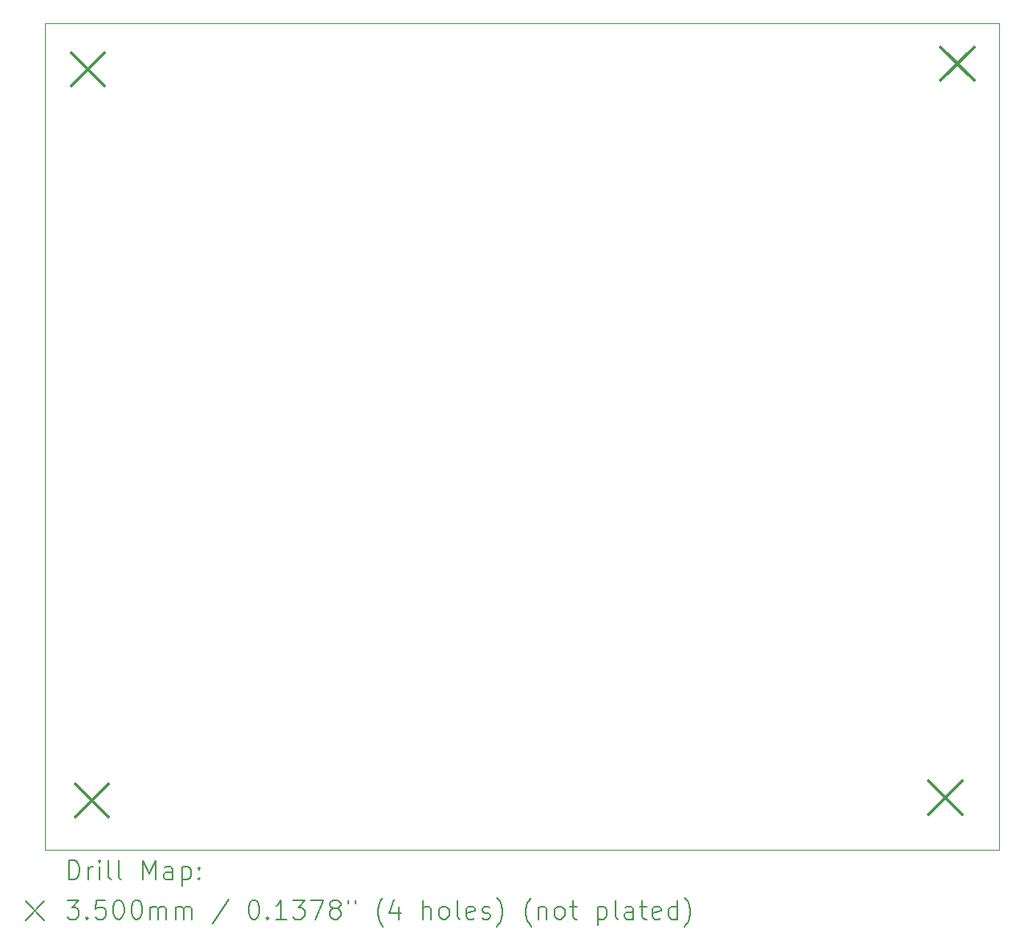
<source format=gbr>
%TF.GenerationSoftware,KiCad,Pcbnew,7.0.5*%
%TF.CreationDate,2023-12-17T15:08:01+05:30*%
%TF.ProjectId,LV conn,4c562063-6f6e-46e2-9e6b-696361645f70,rev?*%
%TF.SameCoordinates,Original*%
%TF.FileFunction,Drillmap*%
%TF.FilePolarity,Positive*%
%FSLAX45Y45*%
G04 Gerber Fmt 4.5, Leading zero omitted, Abs format (unit mm)*
G04 Created by KiCad (PCBNEW 7.0.5) date 2023-12-17 15:08:01*
%MOMM*%
%LPD*%
G01*
G04 APERTURE LIST*
%ADD10C,0.100000*%
%ADD11C,0.200000*%
%ADD12C,0.350000*%
G04 APERTURE END LIST*
D10*
X9504680Y-3017520D02*
X19575780Y-3017520D01*
X19575780Y-11744960D01*
X9504680Y-11744960D01*
X9504680Y-3017520D01*
D11*
D12*
X9781800Y-3330200D02*
X10131800Y-3680200D01*
X10131800Y-3330200D02*
X9781800Y-3680200D01*
X9827520Y-11054340D02*
X10177520Y-11404340D01*
X10177520Y-11054340D02*
X9827520Y-11404340D01*
X18831820Y-11023860D02*
X19181820Y-11373860D01*
X19181820Y-11023860D02*
X18831820Y-11373860D01*
X18958820Y-3274320D02*
X19308820Y-3624320D01*
X19308820Y-3274320D02*
X18958820Y-3624320D01*
D11*
X9760457Y-12061444D02*
X9760457Y-11861444D01*
X9760457Y-11861444D02*
X9808076Y-11861444D01*
X9808076Y-11861444D02*
X9836647Y-11870968D01*
X9836647Y-11870968D02*
X9855695Y-11890015D01*
X9855695Y-11890015D02*
X9865219Y-11909063D01*
X9865219Y-11909063D02*
X9874743Y-11947158D01*
X9874743Y-11947158D02*
X9874743Y-11975729D01*
X9874743Y-11975729D02*
X9865219Y-12013825D01*
X9865219Y-12013825D02*
X9855695Y-12032872D01*
X9855695Y-12032872D02*
X9836647Y-12051920D01*
X9836647Y-12051920D02*
X9808076Y-12061444D01*
X9808076Y-12061444D02*
X9760457Y-12061444D01*
X9960457Y-12061444D02*
X9960457Y-11928110D01*
X9960457Y-11966206D02*
X9969981Y-11947158D01*
X9969981Y-11947158D02*
X9979504Y-11937634D01*
X9979504Y-11937634D02*
X9998552Y-11928110D01*
X9998552Y-11928110D02*
X10017600Y-11928110D01*
X10084266Y-12061444D02*
X10084266Y-11928110D01*
X10084266Y-11861444D02*
X10074743Y-11870968D01*
X10074743Y-11870968D02*
X10084266Y-11880491D01*
X10084266Y-11880491D02*
X10093790Y-11870968D01*
X10093790Y-11870968D02*
X10084266Y-11861444D01*
X10084266Y-11861444D02*
X10084266Y-11880491D01*
X10208076Y-12061444D02*
X10189028Y-12051920D01*
X10189028Y-12051920D02*
X10179504Y-12032872D01*
X10179504Y-12032872D02*
X10179504Y-11861444D01*
X10312838Y-12061444D02*
X10293790Y-12051920D01*
X10293790Y-12051920D02*
X10284266Y-12032872D01*
X10284266Y-12032872D02*
X10284266Y-11861444D01*
X10541409Y-12061444D02*
X10541409Y-11861444D01*
X10541409Y-11861444D02*
X10608076Y-12004301D01*
X10608076Y-12004301D02*
X10674743Y-11861444D01*
X10674743Y-11861444D02*
X10674743Y-12061444D01*
X10855695Y-12061444D02*
X10855695Y-11956682D01*
X10855695Y-11956682D02*
X10846171Y-11937634D01*
X10846171Y-11937634D02*
X10827124Y-11928110D01*
X10827124Y-11928110D02*
X10789028Y-11928110D01*
X10789028Y-11928110D02*
X10769981Y-11937634D01*
X10855695Y-12051920D02*
X10836647Y-12061444D01*
X10836647Y-12061444D02*
X10789028Y-12061444D01*
X10789028Y-12061444D02*
X10769981Y-12051920D01*
X10769981Y-12051920D02*
X10760457Y-12032872D01*
X10760457Y-12032872D02*
X10760457Y-12013825D01*
X10760457Y-12013825D02*
X10769981Y-11994777D01*
X10769981Y-11994777D02*
X10789028Y-11985253D01*
X10789028Y-11985253D02*
X10836647Y-11985253D01*
X10836647Y-11985253D02*
X10855695Y-11975729D01*
X10950933Y-11928110D02*
X10950933Y-12128110D01*
X10950933Y-11937634D02*
X10969981Y-11928110D01*
X10969981Y-11928110D02*
X11008076Y-11928110D01*
X11008076Y-11928110D02*
X11027124Y-11937634D01*
X11027124Y-11937634D02*
X11036647Y-11947158D01*
X11036647Y-11947158D02*
X11046171Y-11966206D01*
X11046171Y-11966206D02*
X11046171Y-12023348D01*
X11046171Y-12023348D02*
X11036647Y-12042396D01*
X11036647Y-12042396D02*
X11027124Y-12051920D01*
X11027124Y-12051920D02*
X11008076Y-12061444D01*
X11008076Y-12061444D02*
X10969981Y-12061444D01*
X10969981Y-12061444D02*
X10950933Y-12051920D01*
X11131885Y-12042396D02*
X11141409Y-12051920D01*
X11141409Y-12051920D02*
X11131885Y-12061444D01*
X11131885Y-12061444D02*
X11122362Y-12051920D01*
X11122362Y-12051920D02*
X11131885Y-12042396D01*
X11131885Y-12042396D02*
X11131885Y-12061444D01*
X11131885Y-11937634D02*
X11141409Y-11947158D01*
X11141409Y-11947158D02*
X11131885Y-11956682D01*
X11131885Y-11956682D02*
X11122362Y-11947158D01*
X11122362Y-11947158D02*
X11131885Y-11937634D01*
X11131885Y-11937634D02*
X11131885Y-11956682D01*
X9299680Y-12289960D02*
X9499680Y-12489960D01*
X9499680Y-12289960D02*
X9299680Y-12489960D01*
X9741409Y-12281444D02*
X9865219Y-12281444D01*
X9865219Y-12281444D02*
X9798552Y-12357634D01*
X9798552Y-12357634D02*
X9827124Y-12357634D01*
X9827124Y-12357634D02*
X9846171Y-12367158D01*
X9846171Y-12367158D02*
X9855695Y-12376682D01*
X9855695Y-12376682D02*
X9865219Y-12395729D01*
X9865219Y-12395729D02*
X9865219Y-12443348D01*
X9865219Y-12443348D02*
X9855695Y-12462396D01*
X9855695Y-12462396D02*
X9846171Y-12471920D01*
X9846171Y-12471920D02*
X9827124Y-12481444D01*
X9827124Y-12481444D02*
X9769981Y-12481444D01*
X9769981Y-12481444D02*
X9750933Y-12471920D01*
X9750933Y-12471920D02*
X9741409Y-12462396D01*
X9950933Y-12462396D02*
X9960457Y-12471920D01*
X9960457Y-12471920D02*
X9950933Y-12481444D01*
X9950933Y-12481444D02*
X9941409Y-12471920D01*
X9941409Y-12471920D02*
X9950933Y-12462396D01*
X9950933Y-12462396D02*
X9950933Y-12481444D01*
X10141409Y-12281444D02*
X10046171Y-12281444D01*
X10046171Y-12281444D02*
X10036647Y-12376682D01*
X10036647Y-12376682D02*
X10046171Y-12367158D01*
X10046171Y-12367158D02*
X10065219Y-12357634D01*
X10065219Y-12357634D02*
X10112838Y-12357634D01*
X10112838Y-12357634D02*
X10131885Y-12367158D01*
X10131885Y-12367158D02*
X10141409Y-12376682D01*
X10141409Y-12376682D02*
X10150933Y-12395729D01*
X10150933Y-12395729D02*
X10150933Y-12443348D01*
X10150933Y-12443348D02*
X10141409Y-12462396D01*
X10141409Y-12462396D02*
X10131885Y-12471920D01*
X10131885Y-12471920D02*
X10112838Y-12481444D01*
X10112838Y-12481444D02*
X10065219Y-12481444D01*
X10065219Y-12481444D02*
X10046171Y-12471920D01*
X10046171Y-12471920D02*
X10036647Y-12462396D01*
X10274743Y-12281444D02*
X10293790Y-12281444D01*
X10293790Y-12281444D02*
X10312838Y-12290968D01*
X10312838Y-12290968D02*
X10322362Y-12300491D01*
X10322362Y-12300491D02*
X10331885Y-12319539D01*
X10331885Y-12319539D02*
X10341409Y-12357634D01*
X10341409Y-12357634D02*
X10341409Y-12405253D01*
X10341409Y-12405253D02*
X10331885Y-12443348D01*
X10331885Y-12443348D02*
X10322362Y-12462396D01*
X10322362Y-12462396D02*
X10312838Y-12471920D01*
X10312838Y-12471920D02*
X10293790Y-12481444D01*
X10293790Y-12481444D02*
X10274743Y-12481444D01*
X10274743Y-12481444D02*
X10255695Y-12471920D01*
X10255695Y-12471920D02*
X10246171Y-12462396D01*
X10246171Y-12462396D02*
X10236647Y-12443348D01*
X10236647Y-12443348D02*
X10227124Y-12405253D01*
X10227124Y-12405253D02*
X10227124Y-12357634D01*
X10227124Y-12357634D02*
X10236647Y-12319539D01*
X10236647Y-12319539D02*
X10246171Y-12300491D01*
X10246171Y-12300491D02*
X10255695Y-12290968D01*
X10255695Y-12290968D02*
X10274743Y-12281444D01*
X10465219Y-12281444D02*
X10484266Y-12281444D01*
X10484266Y-12281444D02*
X10503314Y-12290968D01*
X10503314Y-12290968D02*
X10512838Y-12300491D01*
X10512838Y-12300491D02*
X10522362Y-12319539D01*
X10522362Y-12319539D02*
X10531885Y-12357634D01*
X10531885Y-12357634D02*
X10531885Y-12405253D01*
X10531885Y-12405253D02*
X10522362Y-12443348D01*
X10522362Y-12443348D02*
X10512838Y-12462396D01*
X10512838Y-12462396D02*
X10503314Y-12471920D01*
X10503314Y-12471920D02*
X10484266Y-12481444D01*
X10484266Y-12481444D02*
X10465219Y-12481444D01*
X10465219Y-12481444D02*
X10446171Y-12471920D01*
X10446171Y-12471920D02*
X10436647Y-12462396D01*
X10436647Y-12462396D02*
X10427124Y-12443348D01*
X10427124Y-12443348D02*
X10417600Y-12405253D01*
X10417600Y-12405253D02*
X10417600Y-12357634D01*
X10417600Y-12357634D02*
X10427124Y-12319539D01*
X10427124Y-12319539D02*
X10436647Y-12300491D01*
X10436647Y-12300491D02*
X10446171Y-12290968D01*
X10446171Y-12290968D02*
X10465219Y-12281444D01*
X10617600Y-12481444D02*
X10617600Y-12348110D01*
X10617600Y-12367158D02*
X10627124Y-12357634D01*
X10627124Y-12357634D02*
X10646171Y-12348110D01*
X10646171Y-12348110D02*
X10674743Y-12348110D01*
X10674743Y-12348110D02*
X10693790Y-12357634D01*
X10693790Y-12357634D02*
X10703314Y-12376682D01*
X10703314Y-12376682D02*
X10703314Y-12481444D01*
X10703314Y-12376682D02*
X10712838Y-12357634D01*
X10712838Y-12357634D02*
X10731885Y-12348110D01*
X10731885Y-12348110D02*
X10760457Y-12348110D01*
X10760457Y-12348110D02*
X10779505Y-12357634D01*
X10779505Y-12357634D02*
X10789028Y-12376682D01*
X10789028Y-12376682D02*
X10789028Y-12481444D01*
X10884266Y-12481444D02*
X10884266Y-12348110D01*
X10884266Y-12367158D02*
X10893790Y-12357634D01*
X10893790Y-12357634D02*
X10912838Y-12348110D01*
X10912838Y-12348110D02*
X10941409Y-12348110D01*
X10941409Y-12348110D02*
X10960457Y-12357634D01*
X10960457Y-12357634D02*
X10969981Y-12376682D01*
X10969981Y-12376682D02*
X10969981Y-12481444D01*
X10969981Y-12376682D02*
X10979505Y-12357634D01*
X10979505Y-12357634D02*
X10998552Y-12348110D01*
X10998552Y-12348110D02*
X11027124Y-12348110D01*
X11027124Y-12348110D02*
X11046171Y-12357634D01*
X11046171Y-12357634D02*
X11055695Y-12376682D01*
X11055695Y-12376682D02*
X11055695Y-12481444D01*
X11446171Y-12271920D02*
X11274743Y-12529063D01*
X11703314Y-12281444D02*
X11722362Y-12281444D01*
X11722362Y-12281444D02*
X11741409Y-12290968D01*
X11741409Y-12290968D02*
X11750933Y-12300491D01*
X11750933Y-12300491D02*
X11760457Y-12319539D01*
X11760457Y-12319539D02*
X11769981Y-12357634D01*
X11769981Y-12357634D02*
X11769981Y-12405253D01*
X11769981Y-12405253D02*
X11760457Y-12443348D01*
X11760457Y-12443348D02*
X11750933Y-12462396D01*
X11750933Y-12462396D02*
X11741409Y-12471920D01*
X11741409Y-12471920D02*
X11722362Y-12481444D01*
X11722362Y-12481444D02*
X11703314Y-12481444D01*
X11703314Y-12481444D02*
X11684266Y-12471920D01*
X11684266Y-12471920D02*
X11674743Y-12462396D01*
X11674743Y-12462396D02*
X11665219Y-12443348D01*
X11665219Y-12443348D02*
X11655695Y-12405253D01*
X11655695Y-12405253D02*
X11655695Y-12357634D01*
X11655695Y-12357634D02*
X11665219Y-12319539D01*
X11665219Y-12319539D02*
X11674743Y-12300491D01*
X11674743Y-12300491D02*
X11684266Y-12290968D01*
X11684266Y-12290968D02*
X11703314Y-12281444D01*
X11855695Y-12462396D02*
X11865219Y-12471920D01*
X11865219Y-12471920D02*
X11855695Y-12481444D01*
X11855695Y-12481444D02*
X11846171Y-12471920D01*
X11846171Y-12471920D02*
X11855695Y-12462396D01*
X11855695Y-12462396D02*
X11855695Y-12481444D01*
X12055695Y-12481444D02*
X11941409Y-12481444D01*
X11998552Y-12481444D02*
X11998552Y-12281444D01*
X11998552Y-12281444D02*
X11979505Y-12310015D01*
X11979505Y-12310015D02*
X11960457Y-12329063D01*
X11960457Y-12329063D02*
X11941409Y-12338587D01*
X12122362Y-12281444D02*
X12246171Y-12281444D01*
X12246171Y-12281444D02*
X12179505Y-12357634D01*
X12179505Y-12357634D02*
X12208076Y-12357634D01*
X12208076Y-12357634D02*
X12227124Y-12367158D01*
X12227124Y-12367158D02*
X12236647Y-12376682D01*
X12236647Y-12376682D02*
X12246171Y-12395729D01*
X12246171Y-12395729D02*
X12246171Y-12443348D01*
X12246171Y-12443348D02*
X12236647Y-12462396D01*
X12236647Y-12462396D02*
X12227124Y-12471920D01*
X12227124Y-12471920D02*
X12208076Y-12481444D01*
X12208076Y-12481444D02*
X12150933Y-12481444D01*
X12150933Y-12481444D02*
X12131886Y-12471920D01*
X12131886Y-12471920D02*
X12122362Y-12462396D01*
X12312838Y-12281444D02*
X12446171Y-12281444D01*
X12446171Y-12281444D02*
X12360457Y-12481444D01*
X12550933Y-12367158D02*
X12531886Y-12357634D01*
X12531886Y-12357634D02*
X12522362Y-12348110D01*
X12522362Y-12348110D02*
X12512838Y-12329063D01*
X12512838Y-12329063D02*
X12512838Y-12319539D01*
X12512838Y-12319539D02*
X12522362Y-12300491D01*
X12522362Y-12300491D02*
X12531886Y-12290968D01*
X12531886Y-12290968D02*
X12550933Y-12281444D01*
X12550933Y-12281444D02*
X12589028Y-12281444D01*
X12589028Y-12281444D02*
X12608076Y-12290968D01*
X12608076Y-12290968D02*
X12617600Y-12300491D01*
X12617600Y-12300491D02*
X12627124Y-12319539D01*
X12627124Y-12319539D02*
X12627124Y-12329063D01*
X12627124Y-12329063D02*
X12617600Y-12348110D01*
X12617600Y-12348110D02*
X12608076Y-12357634D01*
X12608076Y-12357634D02*
X12589028Y-12367158D01*
X12589028Y-12367158D02*
X12550933Y-12367158D01*
X12550933Y-12367158D02*
X12531886Y-12376682D01*
X12531886Y-12376682D02*
X12522362Y-12386206D01*
X12522362Y-12386206D02*
X12512838Y-12405253D01*
X12512838Y-12405253D02*
X12512838Y-12443348D01*
X12512838Y-12443348D02*
X12522362Y-12462396D01*
X12522362Y-12462396D02*
X12531886Y-12471920D01*
X12531886Y-12471920D02*
X12550933Y-12481444D01*
X12550933Y-12481444D02*
X12589028Y-12481444D01*
X12589028Y-12481444D02*
X12608076Y-12471920D01*
X12608076Y-12471920D02*
X12617600Y-12462396D01*
X12617600Y-12462396D02*
X12627124Y-12443348D01*
X12627124Y-12443348D02*
X12627124Y-12405253D01*
X12627124Y-12405253D02*
X12617600Y-12386206D01*
X12617600Y-12386206D02*
X12608076Y-12376682D01*
X12608076Y-12376682D02*
X12589028Y-12367158D01*
X12703314Y-12281444D02*
X12703314Y-12319539D01*
X12779505Y-12281444D02*
X12779505Y-12319539D01*
X13074743Y-12557634D02*
X13065219Y-12548110D01*
X13065219Y-12548110D02*
X13046171Y-12519539D01*
X13046171Y-12519539D02*
X13036648Y-12500491D01*
X13036648Y-12500491D02*
X13027124Y-12471920D01*
X13027124Y-12471920D02*
X13017600Y-12424301D01*
X13017600Y-12424301D02*
X13017600Y-12386206D01*
X13017600Y-12386206D02*
X13027124Y-12338587D01*
X13027124Y-12338587D02*
X13036648Y-12310015D01*
X13036648Y-12310015D02*
X13046171Y-12290968D01*
X13046171Y-12290968D02*
X13065219Y-12262396D01*
X13065219Y-12262396D02*
X13074743Y-12252872D01*
X13236648Y-12348110D02*
X13236648Y-12481444D01*
X13189028Y-12271920D02*
X13141409Y-12414777D01*
X13141409Y-12414777D02*
X13265219Y-12414777D01*
X13493790Y-12481444D02*
X13493790Y-12281444D01*
X13579505Y-12481444D02*
X13579505Y-12376682D01*
X13579505Y-12376682D02*
X13569981Y-12357634D01*
X13569981Y-12357634D02*
X13550933Y-12348110D01*
X13550933Y-12348110D02*
X13522362Y-12348110D01*
X13522362Y-12348110D02*
X13503314Y-12357634D01*
X13503314Y-12357634D02*
X13493790Y-12367158D01*
X13703314Y-12481444D02*
X13684267Y-12471920D01*
X13684267Y-12471920D02*
X13674743Y-12462396D01*
X13674743Y-12462396D02*
X13665219Y-12443348D01*
X13665219Y-12443348D02*
X13665219Y-12386206D01*
X13665219Y-12386206D02*
X13674743Y-12367158D01*
X13674743Y-12367158D02*
X13684267Y-12357634D01*
X13684267Y-12357634D02*
X13703314Y-12348110D01*
X13703314Y-12348110D02*
X13731886Y-12348110D01*
X13731886Y-12348110D02*
X13750933Y-12357634D01*
X13750933Y-12357634D02*
X13760457Y-12367158D01*
X13760457Y-12367158D02*
X13769981Y-12386206D01*
X13769981Y-12386206D02*
X13769981Y-12443348D01*
X13769981Y-12443348D02*
X13760457Y-12462396D01*
X13760457Y-12462396D02*
X13750933Y-12471920D01*
X13750933Y-12471920D02*
X13731886Y-12481444D01*
X13731886Y-12481444D02*
X13703314Y-12481444D01*
X13884267Y-12481444D02*
X13865219Y-12471920D01*
X13865219Y-12471920D02*
X13855695Y-12452872D01*
X13855695Y-12452872D02*
X13855695Y-12281444D01*
X14036648Y-12471920D02*
X14017600Y-12481444D01*
X14017600Y-12481444D02*
X13979505Y-12481444D01*
X13979505Y-12481444D02*
X13960457Y-12471920D01*
X13960457Y-12471920D02*
X13950933Y-12452872D01*
X13950933Y-12452872D02*
X13950933Y-12376682D01*
X13950933Y-12376682D02*
X13960457Y-12357634D01*
X13960457Y-12357634D02*
X13979505Y-12348110D01*
X13979505Y-12348110D02*
X14017600Y-12348110D01*
X14017600Y-12348110D02*
X14036648Y-12357634D01*
X14036648Y-12357634D02*
X14046171Y-12376682D01*
X14046171Y-12376682D02*
X14046171Y-12395729D01*
X14046171Y-12395729D02*
X13950933Y-12414777D01*
X14122362Y-12471920D02*
X14141410Y-12481444D01*
X14141410Y-12481444D02*
X14179505Y-12481444D01*
X14179505Y-12481444D02*
X14198552Y-12471920D01*
X14198552Y-12471920D02*
X14208076Y-12452872D01*
X14208076Y-12452872D02*
X14208076Y-12443348D01*
X14208076Y-12443348D02*
X14198552Y-12424301D01*
X14198552Y-12424301D02*
X14179505Y-12414777D01*
X14179505Y-12414777D02*
X14150933Y-12414777D01*
X14150933Y-12414777D02*
X14131886Y-12405253D01*
X14131886Y-12405253D02*
X14122362Y-12386206D01*
X14122362Y-12386206D02*
X14122362Y-12376682D01*
X14122362Y-12376682D02*
X14131886Y-12357634D01*
X14131886Y-12357634D02*
X14150933Y-12348110D01*
X14150933Y-12348110D02*
X14179505Y-12348110D01*
X14179505Y-12348110D02*
X14198552Y-12357634D01*
X14274743Y-12557634D02*
X14284267Y-12548110D01*
X14284267Y-12548110D02*
X14303314Y-12519539D01*
X14303314Y-12519539D02*
X14312838Y-12500491D01*
X14312838Y-12500491D02*
X14322362Y-12471920D01*
X14322362Y-12471920D02*
X14331886Y-12424301D01*
X14331886Y-12424301D02*
X14331886Y-12386206D01*
X14331886Y-12386206D02*
X14322362Y-12338587D01*
X14322362Y-12338587D02*
X14312838Y-12310015D01*
X14312838Y-12310015D02*
X14303314Y-12290968D01*
X14303314Y-12290968D02*
X14284267Y-12262396D01*
X14284267Y-12262396D02*
X14274743Y-12252872D01*
X14636648Y-12557634D02*
X14627124Y-12548110D01*
X14627124Y-12548110D02*
X14608076Y-12519539D01*
X14608076Y-12519539D02*
X14598552Y-12500491D01*
X14598552Y-12500491D02*
X14589029Y-12471920D01*
X14589029Y-12471920D02*
X14579505Y-12424301D01*
X14579505Y-12424301D02*
X14579505Y-12386206D01*
X14579505Y-12386206D02*
X14589029Y-12338587D01*
X14589029Y-12338587D02*
X14598552Y-12310015D01*
X14598552Y-12310015D02*
X14608076Y-12290968D01*
X14608076Y-12290968D02*
X14627124Y-12262396D01*
X14627124Y-12262396D02*
X14636648Y-12252872D01*
X14712838Y-12348110D02*
X14712838Y-12481444D01*
X14712838Y-12367158D02*
X14722362Y-12357634D01*
X14722362Y-12357634D02*
X14741410Y-12348110D01*
X14741410Y-12348110D02*
X14769981Y-12348110D01*
X14769981Y-12348110D02*
X14789029Y-12357634D01*
X14789029Y-12357634D02*
X14798552Y-12376682D01*
X14798552Y-12376682D02*
X14798552Y-12481444D01*
X14922362Y-12481444D02*
X14903314Y-12471920D01*
X14903314Y-12471920D02*
X14893791Y-12462396D01*
X14893791Y-12462396D02*
X14884267Y-12443348D01*
X14884267Y-12443348D02*
X14884267Y-12386206D01*
X14884267Y-12386206D02*
X14893791Y-12367158D01*
X14893791Y-12367158D02*
X14903314Y-12357634D01*
X14903314Y-12357634D02*
X14922362Y-12348110D01*
X14922362Y-12348110D02*
X14950933Y-12348110D01*
X14950933Y-12348110D02*
X14969981Y-12357634D01*
X14969981Y-12357634D02*
X14979505Y-12367158D01*
X14979505Y-12367158D02*
X14989029Y-12386206D01*
X14989029Y-12386206D02*
X14989029Y-12443348D01*
X14989029Y-12443348D02*
X14979505Y-12462396D01*
X14979505Y-12462396D02*
X14969981Y-12471920D01*
X14969981Y-12471920D02*
X14950933Y-12481444D01*
X14950933Y-12481444D02*
X14922362Y-12481444D01*
X15046172Y-12348110D02*
X15122362Y-12348110D01*
X15074743Y-12281444D02*
X15074743Y-12452872D01*
X15074743Y-12452872D02*
X15084267Y-12471920D01*
X15084267Y-12471920D02*
X15103314Y-12481444D01*
X15103314Y-12481444D02*
X15122362Y-12481444D01*
X15341410Y-12348110D02*
X15341410Y-12548110D01*
X15341410Y-12357634D02*
X15360457Y-12348110D01*
X15360457Y-12348110D02*
X15398553Y-12348110D01*
X15398553Y-12348110D02*
X15417600Y-12357634D01*
X15417600Y-12357634D02*
X15427124Y-12367158D01*
X15427124Y-12367158D02*
X15436648Y-12386206D01*
X15436648Y-12386206D02*
X15436648Y-12443348D01*
X15436648Y-12443348D02*
X15427124Y-12462396D01*
X15427124Y-12462396D02*
X15417600Y-12471920D01*
X15417600Y-12471920D02*
X15398553Y-12481444D01*
X15398553Y-12481444D02*
X15360457Y-12481444D01*
X15360457Y-12481444D02*
X15341410Y-12471920D01*
X15550933Y-12481444D02*
X15531886Y-12471920D01*
X15531886Y-12471920D02*
X15522362Y-12452872D01*
X15522362Y-12452872D02*
X15522362Y-12281444D01*
X15712838Y-12481444D02*
X15712838Y-12376682D01*
X15712838Y-12376682D02*
X15703314Y-12357634D01*
X15703314Y-12357634D02*
X15684267Y-12348110D01*
X15684267Y-12348110D02*
X15646172Y-12348110D01*
X15646172Y-12348110D02*
X15627124Y-12357634D01*
X15712838Y-12471920D02*
X15693791Y-12481444D01*
X15693791Y-12481444D02*
X15646172Y-12481444D01*
X15646172Y-12481444D02*
X15627124Y-12471920D01*
X15627124Y-12471920D02*
X15617600Y-12452872D01*
X15617600Y-12452872D02*
X15617600Y-12433825D01*
X15617600Y-12433825D02*
X15627124Y-12414777D01*
X15627124Y-12414777D02*
X15646172Y-12405253D01*
X15646172Y-12405253D02*
X15693791Y-12405253D01*
X15693791Y-12405253D02*
X15712838Y-12395729D01*
X15779505Y-12348110D02*
X15855695Y-12348110D01*
X15808076Y-12281444D02*
X15808076Y-12452872D01*
X15808076Y-12452872D02*
X15817600Y-12471920D01*
X15817600Y-12471920D02*
X15836648Y-12481444D01*
X15836648Y-12481444D02*
X15855695Y-12481444D01*
X15998553Y-12471920D02*
X15979505Y-12481444D01*
X15979505Y-12481444D02*
X15941410Y-12481444D01*
X15941410Y-12481444D02*
X15922362Y-12471920D01*
X15922362Y-12471920D02*
X15912838Y-12452872D01*
X15912838Y-12452872D02*
X15912838Y-12376682D01*
X15912838Y-12376682D02*
X15922362Y-12357634D01*
X15922362Y-12357634D02*
X15941410Y-12348110D01*
X15941410Y-12348110D02*
X15979505Y-12348110D01*
X15979505Y-12348110D02*
X15998553Y-12357634D01*
X15998553Y-12357634D02*
X16008076Y-12376682D01*
X16008076Y-12376682D02*
X16008076Y-12395729D01*
X16008076Y-12395729D02*
X15912838Y-12414777D01*
X16179505Y-12481444D02*
X16179505Y-12281444D01*
X16179505Y-12471920D02*
X16160457Y-12481444D01*
X16160457Y-12481444D02*
X16122362Y-12481444D01*
X16122362Y-12481444D02*
X16103314Y-12471920D01*
X16103314Y-12471920D02*
X16093791Y-12462396D01*
X16093791Y-12462396D02*
X16084267Y-12443348D01*
X16084267Y-12443348D02*
X16084267Y-12386206D01*
X16084267Y-12386206D02*
X16093791Y-12367158D01*
X16093791Y-12367158D02*
X16103314Y-12357634D01*
X16103314Y-12357634D02*
X16122362Y-12348110D01*
X16122362Y-12348110D02*
X16160457Y-12348110D01*
X16160457Y-12348110D02*
X16179505Y-12357634D01*
X16255695Y-12557634D02*
X16265219Y-12548110D01*
X16265219Y-12548110D02*
X16284267Y-12519539D01*
X16284267Y-12519539D02*
X16293791Y-12500491D01*
X16293791Y-12500491D02*
X16303314Y-12471920D01*
X16303314Y-12471920D02*
X16312838Y-12424301D01*
X16312838Y-12424301D02*
X16312838Y-12386206D01*
X16312838Y-12386206D02*
X16303314Y-12338587D01*
X16303314Y-12338587D02*
X16293791Y-12310015D01*
X16293791Y-12310015D02*
X16284267Y-12290968D01*
X16284267Y-12290968D02*
X16265219Y-12262396D01*
X16265219Y-12262396D02*
X16255695Y-12252872D01*
M02*

</source>
